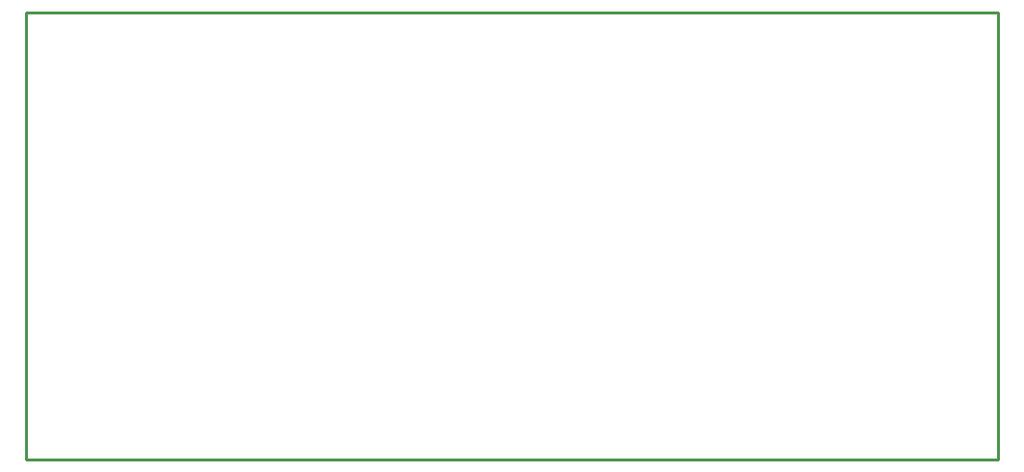
<source format=gko>
G04 Layer: BoardOutline*
G04 EasyEDA v6.4.7, 2020-12-07T12:31:00+11:00*
G04 abd5dd9122e84a36b54d064553817704,febe97c2bcdd4f57a3b586bf34626918,10*
G04 Gerber Generator version 0.2*
G04 Scale: 100 percent, Rotated: No, Reflected: No *
G04 Dimensions in millimeters *
G04 leading zeros omitted , absolute positions ,3 integer and 3 decimal *
%FSLAX33Y33*%
%MOMM*%
G90*
D02*

%ADD10C,0.254000*%
G54D10*
G01X85471Y39243D02*
G01X85471Y0D01*
G01X0Y0D01*
G01X0Y39243D01*
G01X0Y39370D02*
G01X85471Y39370D01*

%LPD*%
M00*
M02*

</source>
